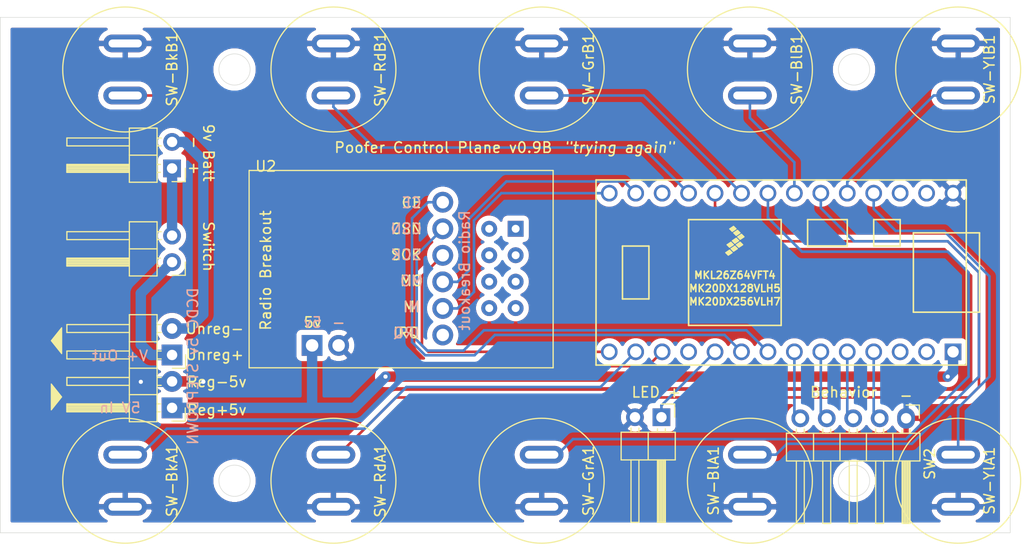
<source format=kicad_pcb>
(kicad_pcb (version 20171130) (host pcbnew 5.1.5)
  (layers (0 F.Cu signal) (31 B.Cu signal) (34 B.Paste user) (35 F.Paste user) (36 B.SilkS user) (37 F.SilkS user) (38 B.Mask user) (39 F.Mask user) (44 Edge.Cuts user))
  (net 0 "")
  (net 1 "Net-(BT1-Pad2)")
  (net 2 "Net-(BT1-Pad1)")
  (net 3 GND)
  (net 4 /+5V)
  (net 5 "Net-(U2-Pad8)")
  (net 6 "Net-(U2-Pad7)")
  (net 7 "Net-(U2-Pad6)")
  (net 8 "Net-(U2-Pad5)")
  (net 9 "Net-(U2-Pad4)")
  (net 10 "Net-(U2-Pad3)")
  (net 11 YlA)
  (net 12 YlB)
  (net 13 BlA)
  (net 14 BlB)
  (net 15 GrA)
  (net 16 GrB)
  (net 17 RdA)
  (net 18 BkA)
  (net 19 BkB)
  (net 20 RdB)
  (net 21 LED)
  (net 22 CE)
  (net 23 CSN)
  (net 24 SCK)
  (net 25 MO)
  (net 26 MI)
  (net 27 BEHAV)
  (module Connector_PinHeader_2.54mm:PinHeader_1x02_P2.54mm_Horizontal (layer F.Cu) (at 167.5 98.9 270)
    (fp_text reference LED hide)
    (fp_text value "")
    (fp_line (start 1.44 -1.33) (end 1.44 3.87) (layer F.SilkS) (width 0.12))
    (fp_line (start 1.44 3.87) (end 4.1 3.87) (layer F.SilkS) (width 0.12))
    (fp_line (start 4.1 3.87) (end 4.1 -1.33) (layer F.SilkS) (width 0.12))
    (fp_line (start 4.1 -1.33) (end 1.44 -1.33) (layer F.SilkS) (width 0.12))
    (fp_line (start 4.1 -0.38) (end 10.1 -0.38) (layer F.SilkS) (width 0.12))
    (fp_line (start 10.1 -0.38) (end 10.1 0.38) (layer F.SilkS) (width 0.12))
    (fp_line (start 10.1 0.38) (end 4.1 0.38) (layer F.SilkS) (width 0.12))
    (fp_line (start 4.1 -0.32) (end 10.1 -0.32) (layer F.SilkS) (width 0.12))
    (fp_line (start 4.1 -0.2) (end 10.1 -0.2) (layer F.SilkS) (width 0.12))
    (fp_line (start 4.1 -0.08) (end 10.1 -0.08) (layer F.SilkS) (width 0.12))
    (fp_line (start 4.1 0.04) (end 10.1 0.04) (layer F.SilkS) (width 0.12))
    (fp_line (start 4.1 0.16) (end 10.1 0.16) (layer F.SilkS) (width 0.12))
    (fp_line (start 4.1 0.28) (end 10.1 0.28) (layer F.SilkS) (width 0.12))
    (fp_line (start 1.11 -0.38) (end 1.44 -0.38) (layer F.SilkS) (width 0.12))
    (fp_line (start 1.11 0.38) (end 1.44 0.38) (layer F.SilkS) (width 0.12))
    (fp_line (start 1.44 1.27) (end 4.1 1.27) (layer F.SilkS) (width 0.12))
    (fp_line (start 4.1 2.16) (end 10.1 2.16) (layer F.SilkS) (width 0.12))
    (fp_line (start 10.1 2.16) (end 10.1 2.92) (layer F.SilkS) (width 0.12))
    (fp_line (start 10.1 2.92) (end 4.1 2.92) (layer F.SilkS) (width 0.12))
    (fp_line (start 1.042929 2.16) (end 1.44 2.16) (layer F.SilkS) (width 0.12))
    (fp_line (start 1.042929 2.92) (end 1.44 2.92) (layer F.SilkS) (width 0.12))
    (fp_line (start -1.27 0) (end -1.27 -1.27) (layer F.SilkS) (width 0.12))
    (fp_line (start -1.27 -1.27) (end 0 -1.27) (layer F.SilkS) (width 0.12))
    (pad 1 thru_hole rect (at 0 0 270) (size 1.7 1.7) (drill 1) (layers *.Cu *.Mask) (net 21 LED))
    (pad 2 thru_hole circle (at 0 2.54 270) (size 1.7 1.7) (drill 1) (layers *.Cu *.Mask) (net 3 GND))
  )
  (module teensy:Teensy30_31_32_LC (layer F.Cu) (at 179 85 180)
    (fp_text reference uC1 hide)
    (fp_text value Teensy32)
    (fp_text user MK20DX128VLH5 (at 4.445 -1.524) (layer F.SilkS) (effects (font (size 0.7 0.7))))
    (fp_text user MKL26Z64VFT4 (at 4.445 -0.254) (layer F.SilkS) (effects (font (size 0.7 0.7))))
    (fp_text user MK20DX256VLH7 (at 4.445 -2.794) (layer F.SilkS) (effects (font (size 0.7 0.7))))
    (fp_poly (pts (xy 4.826 2.921) (xy 4.572 2.667) (xy 4.953 2.413) (xy 5.207 2.667)) (layer F.SilkS) (width 0.1))
    (fp_poly (pts (xy 3.81 3.683) (xy 3.556 3.429) (xy 3.937 3.175) (xy 4.191 3.429)) (layer F.SilkS) (width 0.1))
    (fp_poly (pts (xy 4.572 4.445) (xy 4.318 4.191) (xy 4.699 3.937) (xy 4.953 4.191)) (layer F.SilkS) (width 0.1))
    (fp_poly (pts (xy 4.445 2.54) (xy 4.191 2.286) (xy 4.572 2.032) (xy 4.826 2.286)) (layer F.SilkS) (width 0.1))
    (fp_poly (pts (xy 4.191 4.064) (xy 3.937 3.81) (xy 4.318 3.556) (xy 4.572 3.81)) (layer F.SilkS) (width 0.1))
    (fp_poly (pts (xy 4.953 2.159) (xy 4.699 1.905) (xy 5.08 1.651) (xy 5.334 1.905)) (layer F.SilkS) (width 0.1))
    (fp_poly (pts (xy 4.318 3.302) (xy 4.064 3.048) (xy 4.445 2.794) (xy 4.699 3.048)) (layer F.SilkS) (width 0.1))
    (fp_poly (pts (xy 3.937 2.921) (xy 3.683 2.667) (xy 4.064 2.413) (xy 4.318 2.667)) (layer F.SilkS) (width 0.1))
    (fp_line (start -17.78 8.89) (end -17.78 -8.89) (layer F.SilkS) (width 0.15))
    (fp_line (start 17.78 8.89) (end -17.78 8.89) (layer F.SilkS) (width 0.15))
    (fp_line (start 17.78 -8.89) (end 17.78 8.89) (layer F.SilkS) (width 0.15))
    (fp_line (start -17.78 -8.89) (end 17.78 -8.89) (layer F.SilkS) (width 0.15))
    (fp_line (start 8.89 5.08) (end 0 5.08) (layer F.SilkS) (width 0.15))
    (fp_line (start 8.89 -5.08) (end 0 -5.08) (layer F.SilkS) (width 0.15))
    (fp_line (start 0 -5.08) (end 0 5.08) (layer F.SilkS) (width 0.15))
    (fp_line (start 8.89 5.08) (end 8.89 -5.08) (layer F.SilkS) (width 0.15))
    (fp_line (start 12.7 -2.54) (end 15.24 -2.54) (layer F.SilkS) (width 0.15))
    (fp_line (start 12.7 2.54) (end 12.7 -2.54) (layer F.SilkS) (width 0.15))
    (fp_line (start 15.24 2.54) (end 12.7 2.54) (layer F.SilkS) (width 0.15))
    (fp_line (start 15.24 -2.54) (end 15.24 2.54) (layer F.SilkS) (width 0.15))
    (fp_line (start -11.43 2.54) (end -11.43 5.08) (layer F.SilkS) (width 0.15))
    (fp_line (start -8.89 2.54) (end -11.43 2.54) (layer F.SilkS) (width 0.15))
    (fp_line (start -8.89 5.08) (end -8.89 2.54) (layer F.SilkS) (width 0.15))
    (fp_line (start -11.43 5.08) (end -8.89 5.08) (layer F.SilkS) (width 0.15))
    (fp_line (start -12.7 3.81) (end -17.78 3.81) (layer F.SilkS) (width 0.15))
    (fp_line (start -12.7 -3.81) (end -17.78 -3.81) (layer F.SilkS) (width 0.15))
    (fp_line (start -12.7 3.81) (end -12.7 -3.81) (layer F.SilkS) (width 0.15))
    (fp_line (start -6.35 2.54) (end -6.35 5.08) (layer F.SilkS) (width 0.15))
    (fp_line (start -2.54 2.54) (end -6.35 2.54) (layer F.SilkS) (width 0.15))
    (fp_line (start -2.54 5.08) (end -2.54 2.54) (layer F.SilkS) (width 0.15))
    (fp_line (start -6.35 5.08) (end -2.54 5.08) (layer F.SilkS) (width 0.15))
    (fp_line (start -19.05 -3.81) (end -17.78 -3.81) (layer F.SilkS) (width 0.15))
    (fp_line (start -19.05 3.81) (end -19.05 -3.81) (layer F.SilkS) (width 0.15))
    (fp_line (start -17.78 3.81) (end -19.05 3.81) (layer F.SilkS) (width 0.15))
    (pad 1 thru_hole circle (at -16.51 7.62 180) (size 1.6 1.6) (drill 1.1) (layers *.Cu *.Mask) (net 3 GND))
    (pad 2 thru_hole circle (at -13.97 7.62 180) (size 1.6 1.6) (drill 1.1) (layers *.Cu *.Mask))
    (pad 3 thru_hole circle (at -11.43 7.62 180) (size 1.6 1.6) (drill 1.1) (layers *.Cu *.Mask))
    (pad 4 thru_hole circle (at -8.89 7.62 180) (size 1.6 1.6) (drill 1.1) (layers *.Cu *.Mask) (net 11 YlA))
    (pad 5 thru_hole circle (at -6.35 7.62 180) (size 1.6 1.6) (drill 1.1) (layers *.Cu *.Mask) (net 12 YlB))
    (pad 6 thru_hole circle (at -3.81 7.62 180) (size 1.6 1.6) (drill 1.1) (layers *.Cu *.Mask) (net 13 BlA))
    (pad 7 thru_hole circle (at -1.27 7.62 180) (size 1.6 1.6) (drill 1.1) (layers *.Cu *.Mask) (net 14 BlB))
    (pad 8 thru_hole circle (at 1.27 7.62 180) (size 1.6 1.6) (drill 1.1) (layers *.Cu *.Mask) (net 15 GrA))
    (pad 9 thru_hole circle (at 3.81 7.62 180) (size 1.6 1.6) (drill 1.1) (layers *.Cu *.Mask) (net 16 GrB))
    (pad 10 thru_hole circle (at 6.35 7.62 180) (size 1.6 1.6) (drill 1.1) (layers *.Cu *.Mask) (net 17 RdA))
    (pad 11 thru_hole circle (at 8.89 7.62 180) (size 1.6 1.6) (drill 1.1) (layers *.Cu *.Mask) (net 20 RdB))
    (pad 12 thru_hole circle (at 11.43 7.62 180) (size 1.6 1.6) (drill 1.1) (layers *.Cu *.Mask))
    (pad 13 thru_hole circle (at 13.97 7.62 180) (size 1.6 1.6) (drill 1.1) (layers *.Cu *.Mask) (net 25 MO))
    (pad 33 thru_hole rect (at -16.51 -7.62 180) (size 1.6 1.6) (drill 1.1) (layers *.Cu *.Mask) (net 4 /+5V))
    (pad 32 thru_hole circle (at -13.97 -7.62 180) (size 1.6 1.6) (drill 1.1) (layers *.Cu *.Mask))
    (pad 31 thru_hole circle (at -11.43 -7.62 180) (size 1.6 1.6) (drill 1.1) (layers *.Cu *.Mask))
    (pad 30 thru_hole circle (at -8.89 -7.62 180) (size 1.6 1.6) (drill 1.1) (layers *.Cu *.Mask) (net 27 BEHAV))
    (pad 29 thru_hole circle (at -6.35 -7.62 180) (size 1.6 1.6) (drill 1.1) (layers *.Cu *.Mask) (net 27 BEHAV))
    (pad 28 thru_hole circle (at -3.81 -7.62 180) (size 1.6 1.6) (drill 1.1) (layers *.Cu *.Mask) (net 27 BEHAV))
    (pad 27 thru_hole circle (at -1.27 -7.62 180) (size 1.6 1.6) (drill 1.1) (layers *.Cu *.Mask) (net 27 BEHAV))
    (pad 26 thru_hole circle (at 1.27 -7.62 180) (size 1.6 1.6) (drill 1.1) (layers *.Cu *.Mask) (net 23 CSN))
    (pad 25 thru_hole circle (at 3.81 -7.62 180) (size 1.6 1.6) (drill 1.1) (layers *.Cu *.Mask) (net 22 CE))
    (pad 24 thru_hole circle (at 6.35 -7.62 180) (size 1.6 1.6) (drill 1.1) (layers *.Cu *.Mask) (net 21 LED))
    (pad 23 thru_hole circle (at 8.89 -7.62 180) (size 1.6 1.6) (drill 1.1) (layers *.Cu *.Mask))
    (pad 22 thru_hole circle (at 11.43 -7.62 180) (size 1.6 1.6) (drill 1.1) (layers *.Cu *.Mask) (net 19 BkB))
    (pad 21 thru_hole circle (at 13.97 -7.62 180) (size 1.6 1.6) (drill 1.1) (layers *.Cu *.Mask) (net 18 BkA))
    (pad 14 thru_hole circle (at 16.51 7.62 180) (size 1.6 1.6) (drill 1.1) (layers *.Cu *.Mask) (net 26 MI))
    (pad 20 thru_hole circle (at 16.51 -7.62 180) (size 1.6 1.6) (drill 1.1) (layers *.Cu *.Mask) (net 24 SCK))
  )
  (module "Poofer Control:nRF24L01_Breakout" (layer F.Cu) (at 129.5 78.8)
    (fp_text reference U2 (at 0 -4 180) (layer F.SilkS))
    (fp_text value NRF24L01_Breakout)
    (fp_text user "Radio Breakout" (at 19.1 6 270) (layer B.SilkS) (effects (justify mirror)))
    (fp_text user "Radio Breakout" (at 0 6 90) (layer F.SilkS))
    (fp_text user - (at 7 11 180) (layer F.SilkS))
    (fp_text user 5v (at 4.5 11 180) (layer F.SilkS))
    (fp_text user - (at 7 11 180) (layer B.SilkS))
    (fp_text user 5v (at 4.5 11 180) (layer B.SilkS) (effects (justify mirror)))
    (fp_text user IRQ (at 13.5 12 180) (layer B.SilkS) (effects (justify mirror)))
    (fp_text user MI (at 14 9.5 180) (layer B.SilkS) (effects (justify mirror)))
    (fp_text user MO (at 14 7 180) (layer B.SilkS) (effects (justify mirror)))
    (fp_text user SCK (at 13.5 4.5 180) (layer B.SilkS) (effects (justify mirror)))
    (fp_text user CSN (at 13.5 2 180) (layer B.SilkS) (effects (justify mirror)))
    (fp_text user CE (at 14 -0.5 180) (layer B.SilkS) (effects (justify mirror)))
    (fp_text user IRQ (at 13.5 12 180) (layer F.SilkS))
    (fp_text user MI (at 14 9.5 180) (layer F.SilkS))
    (fp_text user MO (at 14 7 180) (layer F.SilkS))
    (fp_text user SCK (at 13.5 4.5 180) (layer F.SilkS))
    (fp_text user CSN (at 13.5 2 180) (layer F.SilkS))
    (fp_text user CE (at 14 -0.5 180) (layer F.SilkS))
    (fp_line (start -1.6 -3.6) (end 27.6 -3.6) (layer F.SilkS) (width 0.12))
    (fp_line (start 27.6 -3.6) (end 27.6 15.35) (layer F.SilkS) (width 0.12))
    (fp_line (start 27.6 15.35) (end -1.6 15.35) (layer F.SilkS) (width 0.12))
    (fp_line (start -1.6 15.35) (end -1.6 -3.6) (layer F.SilkS) (width 0.12))
    (fp_line (start -1.6 -3.6) (end -1.6 -3.6) (layer F.SilkS) (width 0.12))
    (pad 15 thru_hole circle (at 7 13.2 90) (size 2 2) (drill 1.2) (layers *.Cu *.Mask) (net 3 GND))
    (pad 16 thru_hole rect (at 4.45 13.2 90) (size 2 2) (drill 1.2) (layers *.Cu *.Mask) (net 4 /+5V))
    (pad 9 thru_hole circle (at 17 -0.55) (size 2 2) (drill 1.2) (layers *.Cu *.Mask) (net 22 CE))
    (pad 14 thru_hole circle (at 17 12.2) (size 2 2) (drill 1.2) (layers *.Cu *.Mask))
    (pad 13 thru_hole circle (at 17 9.65) (size 2 2) (drill 1.2) (layers *.Cu *.Mask) (net 26 MI))
    (pad 12 thru_hole circle (at 17 7.1) (size 2 2) (drill 1.2) (layers *.Cu *.Mask) (net 25 MO))
    (pad 11 thru_hole circle (at 17 4.55) (size 2 2) (drill 1.2) (layers *.Cu *.Mask) (net 24 SCK))
    (pad 10 thru_hole circle (at 17 2) (size 2 2) (drill 1.2) (layers *.Cu *.Mask) (net 23 CSN))
    (pad 5 thru_hole circle (at 24 7.08 180) (size 1.524 1.524) (drill 0.762) (layers *.Cu *.Mask) (net 8 "Net-(U2-Pad5)"))
    (pad 7 thru_hole circle (at 24 9.62 180) (size 1.524 1.524) (drill 0.762) (layers *.Cu *.Mask) (net 6 "Net-(U2-Pad7)"))
    (pad 6 thru_hole circle (at 21.46 7.08 180) (size 1.524 1.524) (drill 0.762) (layers *.Cu *.Mask) (net 7 "Net-(U2-Pad6)"))
    (pad 8 thru_hole circle (at 21.46 9.62 180) (size 1.524 1.524) (drill 0.762) (layers *.Cu *.Mask) (net 5 "Net-(U2-Pad8)"))
    (pad 1 thru_hole rect (at 24 2 180) (size 1.524 1.524) (drill 0.762) (layers *.Cu *.Mask))
    (pad 4 thru_hole circle (at 21.46 4.54 180) (size 1.524 1.524) (drill 0.762) (layers *.Cu *.Mask) (net 9 "Net-(U2-Pad4)"))
    (pad 3 thru_hole circle (at 24 4.54 180) (size 1.524 1.524) (drill 0.762) (layers *.Cu *.Mask) (net 10 "Net-(U2-Pad3)"))
    (pad 2 thru_hole circle (at 21.46 2 180) (size 1.524 1.524) (drill 0.762) (layers *.Cu *.Mask))
  )
  (module "Poofer Control:PinHeader_1x04_P2.54mm_Horizontal" (layer F.Cu) (at 120.5 98 180)
    (fp_text reference U1 hide)
    (fp_text value TEC2-2411WI)
    (fp_text user "DCDC 5v STEPDOWN" (at -2 4 270) (layer B.SilkS) (effects (justify mirror)))
    (fp_text user "V+ Out" (at 5 5 180) (layer B.SilkS) (effects (justify mirror)))
    (fp_text user "5V In" (at 5 0 180) (layer B.SilkS) (effects (justify mirror)))
    (fp_poly (pts (xy 11.6 2.3) (xy 10.6 1.05) (xy 11.6 -0.2)) (layer F.SilkS) (width 0.1))
    (fp_text user Reg-5v (at -4.3 2.5 180) (layer F.SilkS))
    (fp_text user Reg+5v (at -4.3 -0.2 180) (layer F.SilkS))
    (fp_text user Unreg- (at -4.1 7.6 180) (layer F.SilkS))
    (fp_text user Unreg+ (at -4.1 5.1 180) (layer F.SilkS))
    (fp_line (start -1.3 5.1) (end -1.3 3.83) (layer F.SilkS) (width 0.12))
    (fp_line (start -1.3 3.8) (end -0.03 3.8) (layer F.SilkS) (width 0.12))
    (fp_line (start -1.27 -1.27) (end 0 -1.27) (layer F.SilkS) (width 0.12))
    (fp_line (start -1.27 0) (end -1.27 -1.27) (layer F.SilkS) (width 0.12))
    (fp_line (start 1.042929 8) (end 1.44 8) (layer F.SilkS) (width 0.12))
    (fp_line (start 1.042929 7.24) (end 1.44 7.24) (layer F.SilkS) (width 0.12))
    (fp_line (start 10.1 8) (end 4.1 8) (layer F.SilkS) (width 0.12))
    (fp_line (start 10.1 7.24) (end 10.1 8) (layer F.SilkS) (width 0.12))
    (fp_line (start 4.1 7.24) (end 10.1 7.24) (layer F.SilkS) (width 0.12))
    (fp_line (start 1.44 6.35) (end 4.1 6.35) (layer F.SilkS) (width 0.12))
    (fp_line (start 1.042929 5.46) (end 1.44 5.46) (layer F.SilkS) (width 0.12))
    (fp_line (start 1.042929 4.7) (end 1.44 4.7) (layer F.SilkS) (width 0.12))
    (fp_line (start 10.1 5.46) (end 4.1 5.46) (layer F.SilkS) (width 0.12))
    (fp_line (start 10.1 4.7) (end 10.1 5.46) (layer F.SilkS) (width 0.12))
    (fp_line (start 4.1 4.7) (end 10.1 4.7) (layer F.SilkS) (width 0.12))
    (fp_line (start 1.44 3.81) (end 4.1 3.81) (layer F.SilkS) (width 0.12))
    (fp_line (start 1.042929 2.92) (end 1.44 2.92) (layer F.SilkS) (width 0.12))
    (fp_line (start 1.042929 2.16) (end 1.44 2.16) (layer F.SilkS) (width 0.12))
    (fp_line (start 10.1 2.92) (end 4.1 2.92) (layer F.SilkS) (width 0.12))
    (fp_line (start 10.1 2.16) (end 10.1 2.92) (layer F.SilkS) (width 0.12))
    (fp_line (start 4.1 2.16) (end 10.1 2.16) (layer F.SilkS) (width 0.12))
    (fp_line (start 1.44 1.27) (end 4.1 1.27) (layer F.SilkS) (width 0.12))
    (fp_line (start 1.11 0.38) (end 1.44 0.38) (layer F.SilkS) (width 0.12))
    (fp_line (start 1.11 -0.38) (end 1.44 -0.38) (layer F.SilkS) (width 0.12))
    (fp_line (start 4.1 0.28) (end 10.1 0.28) (layer F.SilkS) (width 0.12))
    (fp_line (start 4.1 0.16) (end 10.1 0.16) (layer F.SilkS) (width 0.12))
    (fp_line (start 4.1 0.04) (end 10.1 0.04) (layer F.SilkS) (width 0.12))
    (fp_line (start 4.1 -0.08) (end 10.1 -0.08) (layer F.SilkS) (width 0.12))
    (fp_line (start 4.1 -0.2) (end 10.1 -0.2) (layer F.SilkS) (width 0.12))
    (fp_line (start 4.1 -0.32) (end 10.1 -0.32) (layer F.SilkS) (width 0.12))
    (fp_line (start 10.1 0.38) (end 4.1 0.38) (layer F.SilkS) (width 0.12))
    (fp_line (start 10.1 -0.38) (end 10.1 0.38) (layer F.SilkS) (width 0.12))
    (fp_line (start 4.1 -0.38) (end 10.1 -0.38) (layer F.SilkS) (width 0.12))
    (fp_line (start 4.1 -1.33) (end 1.44 -1.33) (layer F.SilkS) (width 0.12))
    (fp_line (start 4.1 8.95) (end 4.1 -1.33) (layer F.SilkS) (width 0.12))
    (fp_line (start 1.44 8.95) (end 4.1 8.95) (layer F.SilkS) (width 0.12))
    (fp_line (start 1.44 -1.33) (end 1.44 8.95) (layer F.SilkS) (width 0.12))
    (fp_poly (pts (xy 10.6 5.2) (xy 11.6 6.45) (xy 10.6 7.7)) (layer F.SilkS) (width 0.1))
    (pad 4 thru_hole circle (at 0 7.62 180) (size 2 2) (drill 1) (layers *.Cu *.Mask) (net 1 "Net-(BT1-Pad2)"))
    (pad 3 thru_hole rect (at 0 5.08 180) (size 2 2) (drill 1) (layers *.Cu *.Mask) (net 2 "Net-(BT1-Pad1)"))
    (pad 2 thru_hole circle (at 0 2.54 180) (size 2 2) (drill 1) (layers *.Cu *.Mask) (net 3 GND))
    (pad 1 thru_hole rect (at 0 0 180) (size 2 2) (drill 1) (layers *.Cu *.Mask) (net 4 /+5V))
  )
  (module "Poofer Control:PushButton_SPST_Momentary_Tactille_12mm" (layer F.Cu) (at 201 65.5 270)
    (fp_text reference SW-YlB1 (at 0 2 90) (layer F.SilkS))
    (fp_text value SW_Push_Dual_x2)
    (fp_circle (center 0 5) (end 0 11) (layer F.SilkS) (width 0.12))
    (pad 1 thru_hole oval (at 2.5 5 270) (size 1.7 4.2) (drill oval 0.762 3.2) (layers *.Cu *.Mask) (net 12 YlB))
    (pad 1 thru_hole oval (at -2.5 5 270) (size 1.7 4.2) (drill oval 0.762 3.2) (layers *.Cu *.Mask) (net 3 GND))
  )
  (module "Poofer Control:PushButton_SPST_Momentary_Tactille_12mm" (layer F.Cu) (at 201 105 270)
    (fp_text reference SW-YlA1 (at 0 2 90) (layer F.SilkS))
    (fp_text value SW_Push_Dual_x2)
    (fp_circle (center 0 5) (end 0 11) (layer F.SilkS) (width 0.12))
    (pad 1 thru_hole oval (at 2.5 5 270) (size 1.7 4.2) (drill oval 0.762 3.2) (layers *.Cu *.Mask) (net 3 GND))
    (pad 1 thru_hole oval (at -2.5 5 270) (size 1.7 4.2) (drill oval 0.762 3.2) (layers *.Cu *.Mask) (net 11 YlA))
  )
  (module "Poofer Control:PushButton_SPST_Momentary_Tactille_12mm" (layer F.Cu) (at 141 65.5 270)
    (fp_text reference SW-RdB1 (at 0 0.5 90) (layer F.SilkS))
    (fp_text value SW_Push_Dual_x2)
    (fp_circle (center 0 5) (end 0 11) (layer F.SilkS) (width 0.12))
    (pad 1 thru_hole oval (at 2.5 5 270) (size 1.7 4.2) (drill oval 0.762 3.2) (layers *.Cu *.Mask) (net 20 RdB))
    (pad 1 thru_hole oval (at -2.5 5 270) (size 1.7 4.2) (drill oval 0.762 3.2) (layers *.Cu *.Mask) (net 3 GND))
  )
  (module "Poofer Control:PushButton_SPST_Momentary_Tactille_12mm" (layer F.Cu) (at 141 105 270)
    (fp_text reference SW-RdA1 (at 0 0.5 90) (layer F.SilkS))
    (fp_text value SW_Push_Dual_x2)
    (fp_circle (center 0 5) (end 0 11) (layer F.SilkS) (width 0.12))
    (pad 1 thru_hole oval (at 2.5 5 270) (size 1.7 4.2) (drill oval 0.762 3.2) (layers *.Cu *.Mask) (net 3 GND))
    (pad 1 thru_hole oval (at -2.5 5 270) (size 1.7 4.2) (drill oval 0.762 3.2) (layers *.Cu *.Mask) (net 17 RdA))
  )
  (module "Poofer Control:PushButton_SPST_Momentary_Tactille_12mm" (layer F.Cu) (at 161 65.5 270)
    (fp_text reference SW-GrB1 (at 0 0.5 90) (layer F.SilkS))
    (fp_text value SW_Push_Dual_x2)
    (fp_circle (center 0 5) (end 0 11) (layer F.SilkS) (width 0.12))
    (pad 1 thru_hole oval (at 2.5 5 270) (size 1.7 4.2) (drill oval 0.762 3.2) (layers *.Cu *.Mask) (net 16 GrB))
    (pad 1 thru_hole oval (at -2.5 5 270) (size 1.7 4.2) (drill oval 0.762 3.2) (layers *.Cu *.Mask) (net 3 GND))
  )
  (module "Poofer Control:PushButton_SPST_Momentary_Tactille_12mm" (layer F.Cu) (at 161 105 270)
    (fp_text reference SW-GrA1 (at 0 0.5 90) (layer F.SilkS))
    (fp_text value SW_Push_Dual_x2)
    (fp_circle (center 0 5) (end 0 11) (layer F.SilkS) (width 0.12))
    (pad 1 thru_hole oval (at 2.5 5 270) (size 1.7 4.2) (drill oval 0.762 3.2) (layers *.Cu *.Mask) (net 3 GND))
    (pad 1 thru_hole oval (at -2.5 5 270) (size 1.7 4.2) (drill oval 0.762 3.2) (layers *.Cu *.Mask) (net 15 GrA))
  )
  (module "Poofer Control:PushButton_SPST_Momentary_Tactille_12mm" (layer F.Cu) (at 181 65.5 270)
    (fp_text reference SW-BlB1 (at 0 0.5 90) (layer F.SilkS))
    (fp_text value SW_Push_Dual_x2)
    (fp_circle (center 0 5) (end 0 11) (layer F.SilkS) (width 0.12))
    (pad 1 thru_hole oval (at 2.5 5 270) (size 1.7 4.2) (drill oval 0.762 3.2) (layers *.Cu *.Mask) (net 14 BlB))
    (pad 1 thru_hole oval (at -2.5 5 270) (size 1.7 4.2) (drill oval 0.762 3.2) (layers *.Cu *.Mask) (net 3 GND))
  )
  (module "Poofer Control:PushButton_SPST_Momentary_Tactille_12mm" (layer F.Cu) (at 181 105 270)
    (fp_text reference SW-BlA1 (at 0 8.5 90) (layer F.SilkS))
    (fp_text value SW_Push_Dual_x2)
    (fp_circle (center 0 5) (end 0 11) (layer F.SilkS) (width 0.12))
    (pad 1 thru_hole oval (at 2.5 5 270) (size 1.7 4.2) (drill oval 0.762 3.2) (layers *.Cu *.Mask) (net 3 GND))
    (pad 1 thru_hole oval (at -2.5 5 270) (size 1.7 4.2) (drill oval 0.762 3.2) (layers *.Cu *.Mask) (net 13 BlA))
  )
  (module "Poofer Control:PushButton_SPST_Momentary_Tactille_12mm" (layer F.Cu) (at 121 65.5 270)
    (fp_text reference SW-BkB1 (at 0 0.5 90) (layer F.SilkS))
    (fp_text value SW_Push_Dual_x2)
    (fp_circle (center 0 5) (end 0 11) (layer F.SilkS) (width 0.12))
    (pad 1 thru_hole oval (at 2.5 5 270) (size 1.7 4.2) (drill oval 0.762 3.2) (layers *.Cu *.Mask) (net 19 BkB))
    (pad 1 thru_hole oval (at -2.5 5 270) (size 1.7 4.2) (drill oval 0.762 3.2) (layers *.Cu *.Mask) (net 3 GND))
  )
  (module "Poofer Control:PushButton_SPST_Momentary_Tactille_12mm" (layer F.Cu) (at 121 105 270)
    (fp_text reference SW-BkA1 (at 0 0.5 90) (layer F.SilkS))
    (fp_text value SW_Push_Dual_x2)
    (fp_circle (center 0 5) (end 0 11) (layer F.SilkS) (width 0.12))
    (pad 1 thru_hole oval (at 2.5 5 270) (size 1.7 4.2) (drill oval 0.762 3.2) (layers *.Cu *.Mask) (net 3 GND))
    (pad 1 thru_hole oval (at -2.5 5 270) (size 1.7 4.2) (drill oval 0.762 3.2) (layers *.Cu *.Mask) (net 18 BkA))
  )
  (module Connector_PinHeader_2.54mm:PinHeader_1x05_P2.54mm_Horizontal (layer F.Cu) (at 191 99 270)
    (fp_text reference SW2 (at 4.385 -2.27 90) (layer F.SilkS))
    (fp_text value SW_Rotary1x4)
    (fp_line (start -1.27 -1.27) (end 0 -1.27) (layer F.SilkS) (width 0.12))
    (fp_line (start -1.27 0) (end -1.27 -1.27) (layer F.SilkS) (width 0.12))
    (fp_line (start 1.042929 10.54) (end 1.44 10.54) (layer F.SilkS) (width 0.12))
    (fp_line (start 1.042929 9.78) (end 1.44 9.78) (layer F.SilkS) (width 0.12))
    (fp_line (start 10.1 10.54) (end 4.1 10.54) (layer F.SilkS) (width 0.12))
    (fp_line (start 10.1 9.78) (end 10.1 10.54) (layer F.SilkS) (width 0.12))
    (fp_line (start 4.1 9.78) (end 10.1 9.78) (layer F.SilkS) (width 0.12))
    (fp_line (start 1.44 8.89) (end 4.1 8.89) (layer F.SilkS) (width 0.12))
    (fp_line (start 1.042929 8) (end 1.44 8) (layer F.SilkS) (width 0.12))
    (fp_line (start 1.042929 7.24) (end 1.44 7.24) (layer F.SilkS) (width 0.12))
    (fp_line (start 10.1 8) (end 4.1 8) (layer F.SilkS) (width 0.12))
    (fp_line (start 10.1 7.24) (end 10.1 8) (layer F.SilkS) (width 0.12))
    (fp_line (start 4.1 7.24) (end 10.1 7.24) (layer F.SilkS) (width 0.12))
    (fp_line (start 1.44 6.35) (end 4.1 6.35) (layer F.SilkS) (width 0.12))
    (fp_line (start 1.042929 5.46) (end 1.44 5.46) (layer F.SilkS) (width 0.12))
    (fp_line (start 1.042929 4.7) (end 1.44 4.7) (layer F.SilkS) (width 0.12))
    (fp_line (start 10.1 5.46) (end 4.1 5.46) (layer F.SilkS) (width 0.12))
    (fp_line (start 10.1 4.7) (end 10.1 5.46) (layer F.SilkS) (width 0.12))
    (fp_line (start 4.1 4.7) (end 10.1 4.7) (layer F.SilkS) (width 0.12))
    (fp_line (start 1.44 3.81) (end 4.1 3.81) (layer F.SilkS) (width 0.12))
    (fp_line (start 1.042929 2.92) (end 1.44 2.92) (layer F.SilkS) (width 0.12))
    (fp_line (start 1.042929 2.16) (end 1.44 2.16) (layer F.SilkS) (width 0.12))
    (fp_line (start 10.1 2.92) (end 4.1 2.92) (layer F.SilkS) (width 0.12))
    (fp_line (start 10.1 2.16) (end 10.1 2.92) (layer F.SilkS) (width 0.12))
    (fp_line (start 4.1 2.16) (end 10.1 2.16) (layer F.SilkS) (width 0.12))
    (fp_line (start 1.44 1.27) (end 4.1 1.27) (layer F.SilkS) (width 0.12))
    (fp_line (start 1.11 0.38) (end 1.44 0.38) (layer F.SilkS) (width 0.12))
    (fp_line (start 1.11 -0.38) (end 1.44 -0.38) (layer F.SilkS) (width 0.12))
    (fp_line (start 4.1 0.28) (end 10.1 0.28) (layer F.SilkS) (width 0.12))
    (fp_line (start 4.1 0.16) (end 10.1 0.16) (layer F.SilkS) (width 0.12))
    (fp_line (start 4.1 0.04) (end 10.1 0.04) (layer F.SilkS) (width 0.12))
    (fp_line (start 4.1 -0.08) (end 10.1 -0.08) (layer F.SilkS) (width 0.12))
    (fp_line (start 4.1 -0.2) (end 10.1 -0.2) (layer F.SilkS) (width 0.12))
    (fp_line (start 4.1 -0.32) (end 10.1 -0.32) (layer F.SilkS) (width 0.12))
    (fp_line (start 10.1 0.38) (end 4.1 0.38) (layer F.SilkS) (width 0.12))
    (fp_line (start 10.1 -0.38) (end 10.1 0.38) (layer F.SilkS) (width 0.12))
    (fp_line (start 4.1 -0.38) (end 10.1 -0.38) (layer F.SilkS) (width 0.12))
    (fp_line (start 4.1 -1.33) (end 1.44 -1.33) (layer F.SilkS) (width 0.12))
    (fp_line (start 4.1 11.49) (end 4.1 -1.33) (layer F.SilkS) (width 0.12))
    (fp_line (start 1.44 11.49) (end 4.1 11.49) (layer F.SilkS) (width 0.12))
    (fp_line (start 1.44 -1.33) (end 1.44 11.49) (layer F.SilkS) (width 0.12))
    (pad 5 thru_hole oval (at 0 10.16 270) (size 1.7 1.7) (drill 1) (layers *.Cu *.Mask) (net 27 BEHAV))
    (pad 4 thru_hole oval (at 0 7.62 270) (size 1.7 1.7) (drill 1) (layers *.Cu *.Mask) (net 27 BEHAV))
    (pad 3 thru_hole oval (at 0 5.08 270) (size 1.7 1.7) (drill 1) (layers *.Cu *.Mask) (net 27 BEHAV))
    (pad 2 thru_hole oval (at 0 2.54 270) (size 1.7 1.7) (drill 1) (layers *.Cu *.Mask) (net 27 BEHAV))
    (pad 1 thru_hole oval (at 0 0 270) (size 2 1.7) (drill 1) (layers *.Cu *.Mask) (net 3 GND))
  )
  (module Connector_PinHeader_2.54mm:PinHeader_1x02_P2.54mm_Horizontal (layer F.Cu) (at 120.5 84 180)
    (fp_text reference SW1 hide)
    (fp_text value SW_SPST)
    (fp_line (start -1.27 -1.27) (end 0 -1.27) (layer F.SilkS) (width 0.12))
    (fp_line (start -1.27 0) (end -1.27 -1.27) (layer F.SilkS) (width 0.12))
    (fp_line (start 1.042929 2.92) (end 1.44 2.92) (layer F.SilkS) (width 0.12))
    (fp_line (start 1.042929 2.16) (end 1.44 2.16) (layer F.SilkS) (width 0.12))
    (fp_line (start 10.1 2.92) (end 4.1 2.92) (layer F.SilkS) (width 0.12))
    (fp_line (start 10.1 2.16) (end 10.1 2.92) (layer F.SilkS) (width 0.12))
    (fp_line (start 4.1 2.16) (end 10.1 2.16) (layer F.SilkS) (width 0.12))
    (fp_line (start 1.44 1.27) (end 4.1 1.27) (layer F.SilkS) (width 0.12))
    (fp_line (start 1.11 0.38) (end 1.44 0.38) (layer F.SilkS) (width 0.12))
    (fp_line (start 1.11 -0.38) (end 1.44 -0.38) (layer F.SilkS) (width 0.12))
    (fp_line (start 4.1 0.28) (end 10.1 0.28) (layer F.SilkS) (width 0.12))
    (fp_line (start 4.1 0.16) (end 10.1 0.16) (layer F.SilkS) (width 0.12))
    (fp_line (start 4.1 0.04) (end 10.1 0.04) (layer F.SilkS) (width 0.12))
    (fp_line (start 4.1 -0.08) (end 10.1 -0.08) (layer F.SilkS) (width 0.12))
    (fp_line (start 4.1 -0.2) (end 10.1 -0.2) (layer F.SilkS) (width 0.12))
    (fp_line (start 4.1 -0.32) (end 10.1 -0.32) (layer F.SilkS) (width 0.12))
    (fp_line (start 10.1 0.38) (end 4.1 0.38) (layer F.SilkS) (width 0.12))
    (fp_line (start 10.1 -0.38) (end 10.1 0.38) (layer F.SilkS) (width 0.12))
    (fp_line (start 4.1 -0.38) (end 10.1 -0.38) (layer F.SilkS) (width 0.12))
    (fp_line (start 4.1 -1.33) (end 1.44 -1.33) (layer F.SilkS) (width 0.12))
    (fp_line (start 4.1 3.87) (end 4.1 -1.33) (layer F.SilkS) (width 0.12))
    (fp_line (start 1.44 3.87) (end 4.1 3.87) (layer F.SilkS) (width 0.12))
    (fp_line (start 1.44 -1.33) (end 1.44 3.87) (layer F.SilkS) (width 0.12))
    (pad 2 thru_hole circle (at 0 2.54 180) (size 1.7 1.7) (drill 1) (layers *.Cu *.Mask) (net 2 "Net-(BT1-Pad1)"))
    (pad 1 thru_hole circle (at 0 0 180) (size 1.7 1.7) (drill 1) (layers *.Cu *.Mask) (net 2 "Net-(BT1-Pad1)"))
  )
  (module Connector_PinHeader_2.54mm:PinHeader_1x02_P2.54mm_Horizontal (layer F.Cu) (at 120.5 75 180)
    (fp_text reference BT1 hide)
    (fp_text value Battery)
    (fp_line (start -1.27 -1.27) (end 0 -1.27) (layer F.SilkS) (width 0.12))
    (fp_line (start -1.27 0) (end -1.27 -1.27) (layer F.SilkS) (width 0.12))
    (fp_line (start 1.042929 2.92) (end 1.44 2.92) (layer F.SilkS) (width 0.12))
    (fp_line (start 1.042929 2.16) (end 1.44 2.16) (layer F.SilkS) (width 0.12))
    (fp_line (start 10.1 2.92) (end 4.1 2.92) (layer F.SilkS) (width 0.12))
    (fp_line (start 10.1 2.16) (end 10.1 2.92) (layer F.SilkS) (width 0.12))
    (fp_line (start 4.1 2.16) (end 10.1 2.16) (layer F.SilkS) (width 0.12))
    (fp_line (start 1.44 1.27) (end 4.1 1.27) (layer F.SilkS) (width 0.12))
    (fp_line (start 1.11 0.38) (end 1.44 0.38) (layer F.SilkS) (width 0.12))
    (fp_line (start 1.11 -0.38) (end 1.44 -0.38) (layer F.SilkS) (width 0.12))
    (fp_line (start 4.1 0.28) (end 10.1 0.28) (layer F.SilkS) (width 0.12))
    (fp_line (start 4.1 0.16) (end 10.1 0.16) (layer F.SilkS) (width 0.12))
    (fp_line (start 4.1 0.04) (end 10.1 0.04) (layer F.SilkS) (width 0.12))
    (fp_line (start 4.1 -0.08) (end 10.1 -0.08) (layer F.SilkS) (width 0.12))
    (fp_line (start 4.1 -0.2) (end 10.1 -0.2) (layer F.SilkS) (width 0.12))
    (fp_line (start 4.1 -0.32) (end 10.1 -0.32) (layer F.SilkS) (width 0.12))
    (fp_line (start 10.1 0.38) (end 4.1 0.38) (layer F.SilkS) (width 0.12))
    (fp_line (start 10.1 -0.38) (end 10.1 0.38) (layer F.SilkS) (width 0.12))
    (fp_line (start 4.1 -0.38) (end 10.1 -0.38) (layer F.SilkS) (width 0.12))
    (fp_line (start 4.1 -1.33) (end 1.44 -1.33) (layer F.SilkS) (width 0.12))
    (fp_line (start 4.1 3.87) (end 4.1 -1.33) (layer F.SilkS) (width 0.12))
    (fp_line (start 1.44 3.87) (end 4.1 3.87) (layer F.SilkS) (width 0.12))
    (fp_line (start 1.44 -1.33) (end 1.44 3.87) (layer F.SilkS) (width 0.12))
    (pad 2 thru_hole oval (at 0 2.54 180) (size 1.7 1.7) (drill 1) (layers *.Cu *.Mask) (net 1 "Net-(BT1-Pad2)"))
    (pad 1 thru_hole rect (at 0 0 180) (size 1.7 1.7) (drill 1) (layers *.Cu *.Mask) (net 2 "Net-(BT1-Pad1)"))
  )
  (gr_text "LED +" (at 167 96.5) (layer F.SilkS) (effects (font (size 1 1))))
  (gr_text Behavior (at 185 96.5) (layer F.SilkS) (effects (font (size 1 1))))
  (gr_circle (center 126.5 65.5) (end 125 65.5) (layer Edge.Cuts) (width 0.05))
  (gr_circle (center 126.5 105) (end 125 105) (layer Edge.Cuts) (width 0.05))
  (gr_circle (center 186 65.5) (end 184.5 65.5) (layer Edge.Cuts) (width 0.05))
  (gr_circle (center 186 105) (end 184.5 105) (layer Edge.Cuts) (width 0.05))
  (gr_text "\"trying again\"" (at 163.5 73) (layer F.SilkS) (effects (font (size 1 1) (thickness 0.15) italic)))
  (gr_text "Poofer Control Plane v0.9B" (at 136 73) (layer F.SilkS) (effects (font (size 1 1)) (justify left)))
  (gr_text - (at 191 96.8) (layer F.SilkS) (effects (font (size 1 1))))
  (gr_line (start 201 60.5) (end 104 60.5) (layer Edge.Cuts) (width 0.05))
  (gr_line (start 201 110) (end 201 60.5) (layer Edge.Cuts) (width 0.05))
  (gr_line (start 104 110) (end 201 110) (layer Edge.Cuts) (width 0.05))
  (gr_line (start 104 60.5) (end 104 110) (layer Edge.Cuts) (width 0.05))
  (gr_text Switch (at 124 82.5 270) (layer F.SilkS) (effects (font (size 1 1))))
  (gr_text + (at 122.5 75 90) (layer F.SilkS) (effects (font (size 1 1))))
  (gr_text - (at 122.5 72.5 90) (layer F.SilkS) (effects (font (size 1 1))))
  (gr_text "9v Batt" (at 124 73.5 270) (layer F.SilkS) (effects (font (size 1 1))))
  (segment (start 120.5 90.38) (end 121.12 90.38) (width 1) (layer B.Cu) (net 1))
  (segment (start 123.5 89) (end 123.5 74.257919) (width 1) (layer B.Cu) (net 1))
  (segment (start 121.702081 72.46) (end 120.5 72.46) (width 1) (layer B.Cu) (net 1))
  (segment (start 120.5 90.38) (end 122.12 90.38) (width 1) (layer B.Cu) (net 1))
  (segment (start 123.5 74.257919) (end 121.702081 72.46) (width 1) (layer B.Cu) (net 1))
  (segment (start 122.12 90.38) (end 123.5 89) (width 1) (layer B.Cu) (net 1))
  (segment (start 120.5 75) (end 120.5 81.46) (width 1) (layer B.Cu) (net 2))
  (segment (start 117.5 91.92) (end 117.5 87) (width 1) (layer B.Cu) (net 2))
  (segment (start 117.5 87) (end 118.799999 85.700001) (width 1) (layer B.Cu) (net 2))
  (segment (start 118.5 92.92) (end 117.5 91.92) (width 1) (layer B.Cu) (net 2))
  (segment (start 118.799999 85.700001) (end 120.5 84) (width 1) (layer B.Cu) (net 2))
  (segment (start 120.5 92.92) (end 118.5 92.92) (width 1) (layer B.Cu) (net 2))
  (via (at 117.5 95.5) (size 0.8) (drill 0.4) (layers F.Cu B.Cu) (net 3))
  (segment (start 120.46 95.5) (end 120.5 95.46) (width 1) (layer B.Cu) (net 3))
  (segment (start 117.5 95.5) (end 120.46 95.5) (width 1) (layer B.Cu) (net 3))
  (via (at 123.5 95.5) (size 0.8) (drill 0.4) (layers F.Cu B.Cu) (net 3))
  (segment (start 123.46 95.46) (end 123.5 95.5) (width 1) (layer F.Cu) (net 3))
  (segment (start 120.5 95.46) (end 123.46 95.46) (width 1) (layer F.Cu) (net 3))
  (via (at 195 95) (size 0.8) (drill 0.4) (layers F.Cu B.Cu) (net 4))
  (via (at 141 95) (size 0.8) (drill 0.4) (layers F.Cu B.Cu) (net 4))
  (segment (start 138 98) (end 141 95) (width 1) (layer B.Cu) (net 4))
  (segment (start 195.51 92.62) (end 195.51 94.49) (width 1) (layer B.Cu) (net 4))
  (segment (start 195.51 94.49) (end 195 95) (width 1) (layer B.Cu) (net 4))
  (segment (start 195 95) (end 141 95) (width 1) (layer F.Cu) (net 4))
  (segment (start 133.95 97.95) (end 134 98) (width 1) (layer B.Cu) (net 4))
  (segment (start 133.95 92) (end 133.95 97.95) (width 1) (layer B.Cu) (net 4))
  (segment (start 134 98) (end 138 98) (width 1) (layer B.Cu) (net 4))
  (segment (start 120.5 98) (end 134 98) (width 1) (layer B.Cu) (net 4))
  (segment (start 190 81) (end 187.89 78.89) (width 0.25) (layer B.Cu) (net 11))
  (segment (start 196 102.5) (end 196 98) (width 0.25) (layer B.Cu) (net 11))
  (segment (start 199 95) (end 199 85.36359) (width 0.25) (layer B.Cu) (net 11))
  (segment (start 187.89 78.89) (end 187.89 77.38) (width 0.25) (layer B.Cu) (net 11))
  (segment (start 194.63641 81) (end 190 81) (width 0.25) (layer B.Cu) (net 11))
  (segment (start 196 98) (end 199 95) (width 0.25) (layer B.Cu) (net 11))
  (segment (start 199 85.36359) (end 194.63641 81) (width 0.25) (layer B.Cu) (net 11))
  (segment (start 195.23 67.5) (end 196 67.5) (width 0.25) (layer B.Cu) (net 12))
  (segment (start 193.65 68) (end 185.35 76.3) (width 0.25) (layer B.Cu) (net 12))
  (segment (start 185.35 76.3) (end 185.35 77.38) (width 0.25) (layer B.Cu) (net 12))
  (segment (start 196 68) (end 193.65 68) (width 0.25) (layer B.Cu) (net 12))
  (segment (start 186 82) (end 182.81 78.81) (width 0.25) (layer B.Cu) (net 13))
  (segment (start 182.81 78.81) (end 182.81 77.38) (width 0.25) (layer B.Cu) (net 13))
  (segment (start 198 85) (end 195 82) (width 0.25) (layer B.Cu) (net 13))
  (segment (start 178.5 102.5) (end 179.54999 101.45001) (width 0.25) (layer B.Cu) (net 13))
  (segment (start 191.54999 101.45001) (end 198 95) (width 0.25) (layer B.Cu) (net 13))
  (segment (start 176 102.5) (end 178.5 102.5) (width 0.25) (layer B.Cu) (net 13))
  (segment (start 195 82) (end 186 82) (width 0.25) (layer B.Cu) (net 13))
  (segment (start 179.54999 101.45001) (end 191.54999 101.45001) (width 0.25) (layer B.Cu) (net 13))
  (segment (start 198 95) (end 198 85) (width 0.25) (layer B.Cu) (net 13))
  (segment (start 176 70.15) (end 176 67.5) (width 0.25) (layer B.Cu) (net 14))
  (segment (start 180.27 77.38) (end 180.27 74.42) (width 0.25) (layer B.Cu) (net 14))
  (segment (start 180.27 74.42) (end 176 70.15) (width 0.25) (layer B.Cu) (net 14))
  (segment (start 159 101) (end 157.5 102.5) (width 0.25) (layer B.Cu) (net 15))
  (segment (start 191 101) (end 159 101) (width 0.25) (layer B.Cu) (net 15))
  (segment (start 177.73 79.73) (end 181 83) (width 0.25) (layer B.Cu) (net 15))
  (segment (start 157.5 102.5) (end 156 102.5) (width 0.25) (layer B.Cu) (net 15))
  (segment (start 177.73 77.38) (end 177.73 79.73) (width 0.25) (layer B.Cu) (net 15))
  (segment (start 197 85) (end 197 95) (width 0.25) (layer B.Cu) (net 15))
  (segment (start 197 95) (end 191 101) (width 0.25) (layer B.Cu) (net 15))
  (segment (start 181 83) (end 195 83) (width 0.25) (layer B.Cu) (net 15))
  (segment (start 195 83) (end 197 85) (width 0.25) (layer B.Cu) (net 15))
  (segment (start 165.81 68) (end 156 68) (width 0.25) (layer B.Cu) (net 16))
  (segment (start 175.19 77.38) (end 165.81 68) (width 0.25) (layer B.Cu) (net 16))
  (segment (start 195 82) (end 198 85) (width 0.25) (layer F.Cu) (net 17))
  (segment (start 198 96) (end 197 97) (width 0.25) (layer F.Cu) (net 17))
  (segment (start 176 82) (end 195 82) (width 0.25) (layer F.Cu) (net 17))
  (segment (start 198 85) (end 198 96) (width 0.25) (layer F.Cu) (net 17))
  (segment (start 172.65 77.38) (end 172.65 78.65) (width 0.25) (layer F.Cu) (net 17))
  (segment (start 172.65 78.65) (end 176 82) (width 0.25) (layer F.Cu) (net 17))
  (segment (start 197 97) (end 142 97) (width 0.25) (layer F.Cu) (net 17))
  (segment (start 142 97) (end 136.5 102.5) (width 0.25) (layer F.Cu) (net 17))
  (segment (start 161.65 96) (end 143 96) (width 0.25) (layer B.Cu) (net 18))
  (segment (start 117.5 102.5) (end 116 102.5) (width 0.25) (layer B.Cu) (net 18))
  (segment (start 143 96) (end 139 100) (width 0.25) (layer B.Cu) (net 18))
  (segment (start 165.03 92.62) (end 161.65 96) (width 0.25) (layer B.Cu) (net 18))
  (segment (start 139 100) (end 120 100) (width 0.25) (layer B.Cu) (net 18))
  (segment (start 120 100) (end 117.5 102.5) (width 0.25) (layer B.Cu) (net 18))
  (segment (start 166.19 94) (end 167.57 92.62) (width 0.25) (layer F.Cu) (net 19))
  (segment (start 138.5 74) (end 138.5 92) (width 0.25) (layer F.Cu) (net 19))
  (segment (start 138.5 92) (end 140.5 94) (width 0.25) (layer F.Cu) (net 19))
  (segment (start 140.5 94) (end 166.19 94) (width 0.25) (layer F.Cu) (net 19))
  (segment (start 116 68) (end 132.5 68) (width 0.25) (layer F.Cu) (net 19))
  (segment (start 132.5 68) (end 138.5 74) (width 0.25) (layer F.Cu) (net 19))
  (segment (start 165.73 73) (end 170.11 77.38) (width 0.25) (layer B.Cu) (net 20))
  (segment (start 136 68.6) (end 136 67.5) (width 0.25) (layer B.Cu) (net 20))
  (segment (start 136 69.1) (end 136 68) (width 0.25) (layer B.Cu) (net 20))
  (segment (start 139.9 73) (end 136 69.1) (width 0.25) (layer B.Cu) (net 20))
  (segment (start 165.73 73) (end 139.9 73) (width 0.25) (layer B.Cu) (net 20))
  (segment (start 167.5 97.77) (end 167.5 98.9) (width 0.25) (layer B.Cu) (net 21))
  (segment (start 172.65 92.62) (end 167.5 97.77) (width 0.25) (layer B.Cu) (net 21))
  (segment (start 146.5 78.25) (end 145.085787 78.25) (width 0.25) (layer B.Cu) (net 22))
  (segment (start 144.8136 92.95001) (end 149.54999 92.95001) (width 0.25) (layer B.Cu) (net 22))
  (segment (start 143.549991 91.686401) (end 144.8136 92.95001) (width 0.25) (layer B.Cu) (net 22))
  (segment (start 145.085787 78.25) (end 143.549991 79.785796) (width 0.25) (layer B.Cu) (net 22))
  (segment (start 143.549991 79.785796) (end 143.549991 91.686401) (width 0.25) (layer B.Cu) (net 22))
  (segment (start 149.54999 92.95001) (end 151.5 91) (width 0.25) (layer B.Cu) (net 22))
  (segment (start 173.57 91) (end 175.19 92.62) (width 0.25) (layer B.Cu) (net 22))
  (segment (start 151.5 91) (end 173.57 91) (width 0.25) (layer B.Cu) (net 22))
  (segment (start 144 91.5) (end 144 83.3) (width 0.25) (layer B.Cu) (net 23))
  (segment (start 177.73 92.62) (end 175.659991 90.549991) (width 0.25) (layer B.Cu) (net 23))
  (segment (start 145 92.5) (end 144 91.5) (width 0.25) (layer B.Cu) (net 23))
  (segment (start 175.659991 90.549991) (end 150.450009 90.549991) (width 0.25) (layer B.Cu) (net 23))
  (segment (start 148.5 92.5) (end 145 92.5) (width 0.25) (layer B.Cu) (net 23))
  (segment (start 144 83.3) (end 146.5 80.8) (width 0.25) (layer B.Cu) (net 23))
  (segment (start 150.450009 90.549991) (end 148.5 92.5) (width 0.25) (layer B.Cu) (net 23))
  (segment (start 145.12 92.62) (end 162.49 92.62) (width 0.25) (layer F.Cu) (net 24))
  (segment (start 144.5 92) (end 145.12 92.62) (width 0.25) (layer F.Cu) (net 24))
  (segment (start 146.5 83.35) (end 144.5 85.35) (width 0.25) (layer F.Cu) (net 24))
  (segment (start 144.5 85.35) (end 144.5 92) (width 0.25) (layer F.Cu) (net 24))
  (segment (start 147.914213 85.9) (end 149 84.814213) (width 0.25) (layer B.Cu) (net 25))
  (segment (start 146.5 85.9) (end 147.914213 85.9) (width 0.25) (layer B.Cu) (net 25))
  (segment (start 152.608591 76.254999) (end 163.904999 76.254999) (width 0.25) (layer B.Cu) (net 25))
  (segment (start 149 79.86359) (end 152.608591 76.254999) (width 0.25) (layer B.Cu) (net 25))
  (segment (start 164.230001 76.580001) (end 165.03 77.38) (width 0.25) (layer B.Cu) (net 25))
  (segment (start 163.904999 76.254999) (end 164.230001 76.580001) (width 0.25) (layer B.Cu) (net 25))
  (segment (start 149 84.814213) (end 149 79.86359) (width 0.25) (layer B.Cu) (net 25))
  (segment (start 152.12 77.38) (end 162.49 77.38) (width 0.25) (layer B.Cu) (net 26))
  (segment (start 149.5 80) (end 152.12 77.38) (width 0.25) (layer B.Cu) (net 26))
  (segment (start 149.5 86.864213) (end 149.5 80) (width 0.25) (layer B.Cu) (net 26))
  (segment (start 146.5 88.45) (end 147.914213 88.45) (width 0.25) (layer B.Cu) (net 26))
  (segment (start 147.914213 88.45) (end 149.5 86.864213) (width 0.25) (layer B.Cu) (net 26))
  (segment (start 180.27 98.43) (end 180.84 99) (width 0.25) (layer B.Cu) (net 27))
  (segment (start 180.27 92.62) (end 180.27 98.43) (width 0.25) (layer B.Cu) (net 27))
  (segment (start 182.81 98.43) (end 183.38 99) (width 0.25) (layer B.Cu) (net 27))
  (segment (start 182.81 92.62) (end 182.81 98.43) (width 0.25) (layer B.Cu) (net 27))
  (segment (start 185.35 98.43) (end 185.92 99) (width 0.25) (layer B.Cu) (net 27))
  (segment (start 185.35 92.62) (end 185.35 98.43) (width 0.25) (layer B.Cu) (net 27))
  (segment (start 187.89 98.43) (end 188.46 99) (width 0.25) (layer B.Cu) (net 27))
  (segment (start 187.89 92.62) (end 187.89 98.43) (width 0.25) (layer B.Cu) (net 27))
  (zone (net 3) (net_name GND) (layer B.Cu) (connect_pads (clearance 0.508)) (min_thickness 0.254) (fill yes (arc_segments 32) (thermal_gap 0.508) (thermal_bridge_width 0.508))
    (polygon (pts (xy 200 109) (xy 105 109) (xy 105 61.5) (xy 200 61.5)))
  )
  (zone (net 3) (net_name GND) (layer F.Cu) (connect_pads (clearance 0.508)) (min_thickness 0.254) (fill yes (arc_segments 32) (thermal_gap 0.508) (thermal_bridge_width 0.508))
    (polygon (pts (xy 200 109) (xy 105 109) (xy 105 61.5) (xy 200 61.5)))
  )
  (zone (net 0) (net_name "") (layer B.Cu) (connect_pads (clearance 0.508)) (min_thickness 0.254) (fill yes (arc_segments 32) (thermal_gap 0.508) (thermal_bridge_width 0.508))
    (polygon (pts (xy 200 109) (xy 105 109) (xy 105 61.5) (xy 200 61.5)))
  )
)
</source>
